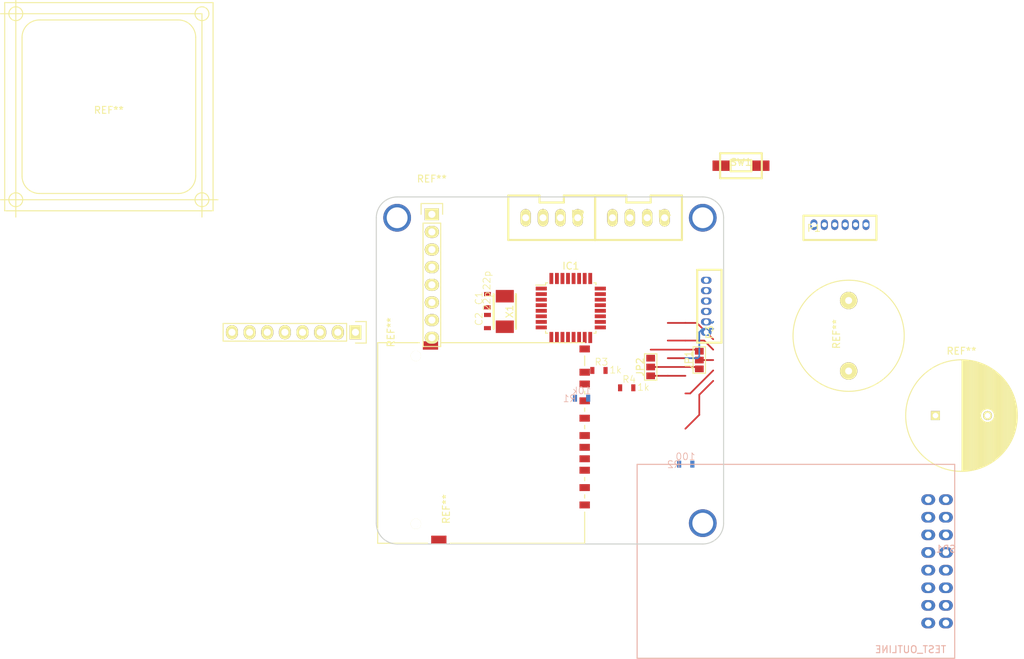
<source format=kicad_pcb>
(kicad_pcb (version 4) (host pcbnew 4.0.7)

  (general
    (links 55)
    (no_connects 54)
    (area -23.775001 -7.914287 59.075 51.200002)
    (thickness 1.6)
    (drawings 8)
    (tracks 28)
    (zones 0)
    (modules 22)
    (nets 20)
  )

  (page A4)
  (layers
    (0 F.Cu signal)
    (31 B.Cu signal)
    (32 B.Adhes user)
    (33 F.Adhes user)
    (34 B.Paste user)
    (35 F.Paste user)
    (36 B.SilkS user)
    (37 F.SilkS user)
    (38 B.Mask user)
    (39 F.Mask user)
    (40 Dwgs.User user)
    (41 Cmts.User user)
    (42 Eco1.User user)
    (43 Eco2.User user)
    (44 Edge.Cuts user)
    (45 Margin user)
    (46 B.CrtYd user)
    (47 F.CrtYd user)
    (48 B.Fab user)
    (49 F.Fab user)
  )

  (setup
    (last_trace_width 0.25)
    (user_trace_width 0.5)
    (user_trace_width 1)
    (trace_clearance 0.2)
    (zone_clearance 0.4)
    (zone_45_only no)
    (trace_min 0.2)
    (segment_width 0.2)
    (edge_width 0.15)
    (via_size 0.6)
    (via_drill 0.4)
    (via_min_size 0.4)
    (via_min_drill 0.3)
    (user_via 1.2 0.8)
    (user_via 4 3)
    (uvia_size 0.3)
    (uvia_drill 0.1)
    (uvias_allowed no)
    (uvia_min_size 0.2)
    (uvia_min_drill 0.1)
    (pcb_text_width 0.3)
    (pcb_text_size 1.5 1.5)
    (mod_edge_width 0.15)
    (mod_text_size 1 1)
    (mod_text_width 0.15)
    (pad_size 1.524 1.524)
    (pad_drill 0.762)
    (pad_to_mask_clearance 0.2)
    (aux_axis_origin 0 0)
    (visible_elements 7FFFFFFF)
    (pcbplotparams
      (layerselection 0x00030_80000001)
      (usegerberextensions false)
      (excludeedgelayer true)
      (linewidth 0.100000)
      (plotframeref false)
      (viasonmask false)
      (mode 1)
      (useauxorigin false)
      (hpglpennumber 1)
      (hpglpenspeed 20)
      (hpglpendiameter 15)
      (hpglpenoverlay 2)
      (psnegative false)
      (psa4output false)
      (plotreference true)
      (plotvalue true)
      (plotinvisibletext false)
      (padsonsilk false)
      (subtractmaskfromsilk false)
      (outputformat 1)
      (mirror false)
      (drillshape 1)
      (scaleselection 1)
      (outputdirectory ""))
  )

  (net 0 "")
  (net 1 GND)
  (net 2 "Net-(C1-Pad2)")
  (net 3 "Net-(C2-Pad2)")
  (net 4 +5V)
  (net 5 /RESET)
  (net 6 /RX)
  (net 7 /TX)
  (net 8 "Net-(P2-Pad3)")
  (net 9 "Net-(R2-Pad1)")
  (net 10 /MOSI)
  (net 11 /MISO)
  (net 12 /SCK)
  (net 13 +3.3V)
  (net 14 "Net-(JP1-Pad2)")
  (net 15 /SS1)
  (net 16 /SS0)
  (net 17 /I2C_SDA)
  (net 18 /I2C_SCL)
  (net 19 "Net-(JP1-Pad1)")

  (net_class Default "これは標準のネット クラスです。"
    (clearance 0.2)
    (trace_width 0.25)
    (via_dia 0.6)
    (via_drill 0.4)
    (uvia_dia 0.3)
    (uvia_drill 0.1)
    (add_net +3.3V)
    (add_net +5V)
    (add_net /I2C_SCL)
    (add_net /I2C_SDA)
    (add_net /MISO)
    (add_net /MOSI)
    (add_net /RESET)
    (add_net /RX)
    (add_net /SCK)
    (add_net /SS0)
    (add_net /SS1)
    (add_net /TX)
    (add_net GND)
    (add_net "Net-(C1-Pad2)")
    (add_net "Net-(C2-Pad2)")
    (add_net "Net-(JP1-Pad1)")
    (add_net "Net-(JP1-Pad2)")
    (add_net "Net-(P2-Pad3)")
    (add_net "Net-(R2-Pad1)")
  )

  (module RP_KiCAD_Libs:C1608_WP_S (layer F.Cu) (tedit 59BA34C4) (tstamp 59EF248A)
    (at 16 15 90)
    (descr <b>CAPACITOR</b>)
    (path /59EF2330)
    (fp_text reference C1 (at -0.635 -0.635 90) (layer F.SilkS)
      (effects (font (size 1 1) (thickness 0.1)) (justify left bottom))
    )
    (fp_text value 22p (at 1.5 0.5 90) (layer F.SilkS)
      (effects (font (size 1 1) (thickness 0.1)) (justify left bottom))
    )
    (fp_line (start -0.356 -0.432) (end 0.356 -0.432) (layer Dwgs.User) (width 0.1016))
    (fp_line (start -0.356 0.419) (end 0.356 0.419) (layer Dwgs.User) (width 0.1016))
    (fp_poly (pts (xy -0.8382 0.4699) (xy -0.3381 0.4699) (xy -0.3381 -0.4801) (xy -0.8382 -0.4801)) (layer Dwgs.User) (width 0))
    (fp_poly (pts (xy 0.3302 0.4699) (xy 0.8303 0.4699) (xy 0.8303 -0.4801) (xy 0.3302 -0.4801)) (layer Dwgs.User) (width 0))
    (fp_poly (pts (xy -0.1999 0.3) (xy 0.1999 0.3) (xy 0.1999 -0.3) (xy -0.1999 -0.3)) (layer F.Adhes) (width 0))
    (pad 1 smd rect (at -0.9 0 90) (size 0.6 1) (layers F.Cu F.Paste F.Mask)
      (net 1 GND))
    (pad 2 smd rect (at 1 0 90) (size 0.6 1) (layers F.Cu F.Paste F.Mask)
      (net 2 "Net-(C1-Pad2)"))
    (model Resistors_SMD.3dshapes/R_0603.wrl
      (at (xyz 0 0 0))
      (scale (xyz 1 1 1))
      (rotate (xyz 0 0 0))
    )
  )

  (module RP_KiCAD_Libs:C1608_WP_S (layer F.Cu) (tedit 59BA34C4) (tstamp 59EF2490)
    (at 16 18 90)
    (descr <b>CAPACITOR</b>)
    (path /59EF23A4)
    (fp_text reference C2 (at -0.635 -0.635 90) (layer F.SilkS)
      (effects (font (size 1 1) (thickness 0.1)) (justify left bottom))
    )
    (fp_text value 22p (at 1.5 0.5 90) (layer F.SilkS)
      (effects (font (size 1 1) (thickness 0.1)) (justify left bottom))
    )
    (fp_line (start -0.356 -0.432) (end 0.356 -0.432) (layer Dwgs.User) (width 0.1016))
    (fp_line (start -0.356 0.419) (end 0.356 0.419) (layer Dwgs.User) (width 0.1016))
    (fp_poly (pts (xy -0.8382 0.4699) (xy -0.3381 0.4699) (xy -0.3381 -0.4801) (xy -0.8382 -0.4801)) (layer Dwgs.User) (width 0))
    (fp_poly (pts (xy 0.3302 0.4699) (xy 0.8303 0.4699) (xy 0.8303 -0.4801) (xy 0.3302 -0.4801)) (layer Dwgs.User) (width 0))
    (fp_poly (pts (xy -0.1999 0.3) (xy 0.1999 0.3) (xy 0.1999 -0.3) (xy -0.1999 -0.3)) (layer F.Adhes) (width 0))
    (pad 1 smd rect (at -0.9 0 90) (size 0.6 1) (layers F.Cu F.Paste F.Mask)
      (net 1 GND))
    (pad 2 smd rect (at 1 0 90) (size 0.6 1) (layers F.Cu F.Paste F.Mask)
      (net 3 "Net-(C2-Pad2)"))
    (model Resistors_SMD.3dshapes/R_0603.wrl
      (at (xyz 0 0 0))
      (scale (xyz 1 1 1))
      (rotate (xyz 0 0 0))
    )
  )

  (module Housings_QFP:TQFP-32_7x7mm_Pitch0.8mm (layer F.Cu) (tedit 54130A77) (tstamp 59EF24C7)
    (at 28 16)
    (descr "32-Lead Plastic Thin Quad Flatpack (PT) - 7x7x1.0 mm Body, 2.00 mm [TQFP] (see Microchip Packaging Specification 00000049BS.pdf)")
    (tags "QFP 0.8")
    (path /59EF212F)
    (attr smd)
    (fp_text reference IC1 (at 0 -6.05) (layer F.SilkS)
      (effects (font (size 1 1) (thickness 0.15)))
    )
    (fp_text value ATMEGA328P-A (at 0 6.05) (layer F.Fab)
      (effects (font (size 1 1) (thickness 0.15)))
    )
    (fp_line (start -5.3 -5.3) (end -5.3 5.3) (layer F.CrtYd) (width 0.05))
    (fp_line (start 5.3 -5.3) (end 5.3 5.3) (layer F.CrtYd) (width 0.05))
    (fp_line (start -5.3 -5.3) (end 5.3 -5.3) (layer F.CrtYd) (width 0.05))
    (fp_line (start -5.3 5.3) (end 5.3 5.3) (layer F.CrtYd) (width 0.05))
    (fp_line (start -3.625 -3.625) (end -3.625 -3.3) (layer F.SilkS) (width 0.15))
    (fp_line (start 3.625 -3.625) (end 3.625 -3.3) (layer F.SilkS) (width 0.15))
    (fp_line (start 3.625 3.625) (end 3.625 3.3) (layer F.SilkS) (width 0.15))
    (fp_line (start -3.625 3.625) (end -3.625 3.3) (layer F.SilkS) (width 0.15))
    (fp_line (start -3.625 -3.625) (end -3.3 -3.625) (layer F.SilkS) (width 0.15))
    (fp_line (start -3.625 3.625) (end -3.3 3.625) (layer F.SilkS) (width 0.15))
    (fp_line (start 3.625 3.625) (end 3.3 3.625) (layer F.SilkS) (width 0.15))
    (fp_line (start 3.625 -3.625) (end 3.3 -3.625) (layer F.SilkS) (width 0.15))
    (fp_line (start -3.625 -3.3) (end -5.05 -3.3) (layer F.SilkS) (width 0.15))
    (pad 1 smd rect (at -4.25 -2.8) (size 1.6 0.55) (layers F.Cu F.Paste F.Mask))
    (pad 2 smd rect (at -4.25 -2) (size 1.6 0.55) (layers F.Cu F.Paste F.Mask)
      (net 15 /SS1))
    (pad 3 smd rect (at -4.25 -1.2) (size 1.6 0.55) (layers F.Cu F.Paste F.Mask)
      (net 1 GND))
    (pad 4 smd rect (at -4.25 -0.4) (size 1.6 0.55) (layers F.Cu F.Paste F.Mask)
      (net 4 +5V))
    (pad 5 smd rect (at -4.25 0.4) (size 1.6 0.55) (layers F.Cu F.Paste F.Mask)
      (net 1 GND))
    (pad 6 smd rect (at -4.25 1.2) (size 1.6 0.55) (layers F.Cu F.Paste F.Mask)
      (net 4 +5V))
    (pad 7 smd rect (at -4.25 2) (size 1.6 0.55) (layers F.Cu F.Paste F.Mask)
      (net 2 "Net-(C1-Pad2)"))
    (pad 8 smd rect (at -4.25 2.8) (size 1.6 0.55) (layers F.Cu F.Paste F.Mask)
      (net 3 "Net-(C2-Pad2)"))
    (pad 9 smd rect (at -2.8 4.25 90) (size 1.6 0.55) (layers F.Cu F.Paste F.Mask))
    (pad 10 smd rect (at -2 4.25 90) (size 1.6 0.55) (layers F.Cu F.Paste F.Mask))
    (pad 11 smd rect (at -1.2 4.25 90) (size 1.6 0.55) (layers F.Cu F.Paste F.Mask))
    (pad 12 smd rect (at -0.4 4.25 90) (size 1.6 0.55) (layers F.Cu F.Paste F.Mask))
    (pad 13 smd rect (at 0.4 4.25 90) (size 1.6 0.55) (layers F.Cu F.Paste F.Mask))
    (pad 14 smd rect (at 1.2 4.25 90) (size 1.6 0.55) (layers F.Cu F.Paste F.Mask)
      (net 16 /SS0))
    (pad 15 smd rect (at 2 4.25 90) (size 1.6 0.55) (layers F.Cu F.Paste F.Mask)
      (net 10 /MOSI))
    (pad 16 smd rect (at 2.8 4.25 90) (size 1.6 0.55) (layers F.Cu F.Paste F.Mask)
      (net 11 /MISO))
    (pad 17 smd rect (at 4.25 2.8) (size 1.6 0.55) (layers F.Cu F.Paste F.Mask)
      (net 12 /SCK))
    (pad 18 smd rect (at 4.25 2) (size 1.6 0.55) (layers F.Cu F.Paste F.Mask)
      (net 4 +5V))
    (pad 19 smd rect (at 4.25 1.2) (size 1.6 0.55) (layers F.Cu F.Paste F.Mask))
    (pad 20 smd rect (at 4.25 0.4) (size 1.6 0.55) (layers F.Cu F.Paste F.Mask)
      (net 4 +5V))
    (pad 21 smd rect (at 4.25 -0.4) (size 1.6 0.55) (layers F.Cu F.Paste F.Mask)
      (net 1 GND))
    (pad 22 smd rect (at 4.25 -1.2) (size 1.6 0.55) (layers F.Cu F.Paste F.Mask))
    (pad 23 smd rect (at 4.25 -2) (size 1.6 0.55) (layers F.Cu F.Paste F.Mask))
    (pad 24 smd rect (at 4.25 -2.8) (size 1.6 0.55) (layers F.Cu F.Paste F.Mask))
    (pad 25 smd rect (at 2.8 -4.25 90) (size 1.6 0.55) (layers F.Cu F.Paste F.Mask))
    (pad 26 smd rect (at 2 -4.25 90) (size 1.6 0.55) (layers F.Cu F.Paste F.Mask))
    (pad 27 smd rect (at 1.2 -4.25 90) (size 1.6 0.55) (layers F.Cu F.Paste F.Mask)
      (net 17 /I2C_SDA))
    (pad 28 smd rect (at 0.4 -4.25 90) (size 1.6 0.55) (layers F.Cu F.Paste F.Mask)
      (net 18 /I2C_SCL))
    (pad 29 smd rect (at -0.4 -4.25 90) (size 1.6 0.55) (layers F.Cu F.Paste F.Mask)
      (net 5 /RESET))
    (pad 30 smd rect (at -1.2 -4.25 90) (size 1.6 0.55) (layers F.Cu F.Paste F.Mask)
      (net 6 /RX))
    (pad 31 smd rect (at -2 -4.25 90) (size 1.6 0.55) (layers F.Cu F.Paste F.Mask)
      (net 7 /TX))
    (pad 32 smd rect (at -2.8 -4.25 90) (size 1.6 0.55) (layers F.Cu F.Paste F.Mask))
    (model Housings_QFP.3dshapes/TQFP-32_7x7mm_Pitch0.8mm.wrl
      (at (xyz 0 0 0))
      (scale (xyz 1 1 1))
      (rotate (xyz 0 0 0))
    )
  )

  (module RP_KiCAD_Connector:ZH_6T (layer F.Cu) (tedit 585B7582) (tstamp 59EF24D1)
    (at 63 4)
    (path /59EF283F)
    (fp_text reference P1 (at 0 0.5) (layer F.SilkS)
      (effects (font (size 1 1) (thickness 0.15)))
    )
    (fp_text value CONN_01X06 (at 3.5 1.5) (layer F.Fab)
      (effects (font (size 1 1) (thickness 0.15)))
    )
    (fp_line (start -1.5 -1.3) (end 9 -1.3) (layer F.SilkS) (width 0.3))
    (fp_line (start 9 -1.3) (end 9 2.2) (layer F.SilkS) (width 0.3))
    (fp_line (start 9 2.2) (end -1.5 2.2) (layer F.SilkS) (width 0.3))
    (fp_line (start -1.5 2.2) (end -1.5 -1.3) (layer F.SilkS) (width 0.3))
    (pad 1 thru_hole oval (at 0 0) (size 1 1.524) (drill 0.7) (layers *.Cu *.Mask)
      (net 1 GND))
    (pad 2 thru_hole oval (at 1.5 0) (size 1 1.524) (drill 0.7) (layers *.Cu *.Mask)
      (net 4 +5V))
    (pad 3 thru_hole oval (at 3 0) (size 1 1.524) (drill 0.7) (layers *.Cu *.Mask)
      (net 5 /RESET))
    (pad 4 thru_hole oval (at 4.5 0) (size 1 1.524) (drill 0.7) (layers *.Cu *.Mask))
    (pad 5 thru_hole oval (at 6 0) (size 1 1.524) (drill 0.7) (layers *.Cu *.Mask)
      (net 7 /TX))
    (pad 6 thru_hole oval (at 7.5 0) (size 1 1.524) (drill 0.7) (layers *.Cu *.Mask)
      (net 6 /RX))
    (model conn_ZRandZH/ZH_6T.wrl
      (at (xyz 0.148 0.05 0))
      (scale (xyz 4 4 4))
      (rotate (xyz -90 0 180))
    )
  )

  (module RP_KiCAD_Connector:XA_4T (layer F.Cu) (tedit 5895B26F) (tstamp 59EF24D9)
    (at 29 3 180)
    (path /59EF2AEE)
    (fp_text reference P2 (at 0 0.5 180) (layer F.SilkS)
      (effects (font (size 1 1) (thickness 0.15)))
    )
    (fp_text value CONN_01X04 (at 0 -0.5 180) (layer F.Fab)
      (effects (font (size 1 1) (thickness 0.15)))
    )
    (fp_line (start -2.5 3.2) (end 2 3.2) (layer F.SilkS) (width 0.3))
    (fp_line (start 2 3.2) (end 2 2.2) (layer F.SilkS) (width 0.3))
    (fp_line (start 2 2.2) (end 5.5 2.2) (layer F.SilkS) (width 0.3))
    (fp_line (start 5.5 2.2) (end 5.5 3.2) (layer F.SilkS) (width 0.3))
    (fp_line (start 5.5 3.2) (end 10 3.2) (layer F.SilkS) (width 0.3))
    (fp_line (start 10 -3.2) (end -2.5 -3.2) (layer F.SilkS) (width 0.3))
    (fp_line (start 10 3.2) (end 10 -3.2) (layer F.SilkS) (width 0.3))
    (fp_line (start -2.5 -3.2) (end -2.5 3.2) (layer F.SilkS) (width 0.3))
    (pad 4 thru_hole oval (at 0 0 180) (size 1.5 2.5) (drill 1) (layers *.Cu *.Mask F.SilkS)
      (net 7 /TX))
    (pad 3 thru_hole oval (at 2.5 0 180) (size 1.5 2.5) (drill 1) (layers *.Cu *.Mask F.SilkS)
      (net 8 "Net-(P2-Pad3)"))
    (pad 2 thru_hole oval (at 5 0 180) (size 1.5 2.5) (drill 1) (layers *.Cu *.Mask F.SilkS)
      (net 4 +5V))
    (pad 1 thru_hole oval (at 7.5 0 180) (size 1.5 2.5) (drill 1) (layers *.Cu *.Mask F.SilkS)
      (net 1 GND))
    (model conn_XA/XA_4T.wrl
      (at (xyz 0.15 0 0))
      (scale (xyz 3.95 3.95 3.95))
      (rotate (xyz -90 0 0))
    )
  )

  (module RP_KiCAD_Libs:C1608_WP_S (layer B.Cu) (tedit 59BA34C4) (tstamp 59EF24DF)
    (at 29.5 29)
    (descr <b>CAPACITOR</b>)
    (path /59EF2572)
    (fp_text reference R1 (at -0.635 0.635) (layer B.SilkS)
      (effects (font (size 1 1) (thickness 0.1)) (justify left bottom mirror))
    )
    (fp_text value 10k (at 1.5 -0.5) (layer B.SilkS)
      (effects (font (size 1 1) (thickness 0.1)) (justify left bottom mirror))
    )
    (fp_line (start -0.356 0.432) (end 0.356 0.432) (layer Dwgs.User) (width 0.1016))
    (fp_line (start -0.356 -0.419) (end 0.356 -0.419) (layer Dwgs.User) (width 0.1016))
    (fp_poly (pts (xy -0.8382 -0.4699) (xy -0.3381 -0.4699) (xy -0.3381 0.4801) (xy -0.8382 0.4801)) (layer Dwgs.User) (width 0))
    (fp_poly (pts (xy 0.3302 -0.4699) (xy 0.8303 -0.4699) (xy 0.8303 0.4801) (xy 0.3302 0.4801)) (layer Dwgs.User) (width 0))
    (fp_poly (pts (xy -0.1999 -0.3) (xy 0.1999 -0.3) (xy 0.1999 0.3) (xy -0.1999 0.3)) (layer B.Adhes) (width 0))
    (pad 1 smd rect (at -0.9 0) (size 0.6 1) (layers B.Cu B.Paste B.Mask))
    (pad 2 smd rect (at 1 0) (size 0.6 1) (layers B.Cu B.Paste B.Mask)
      (net 5 /RESET))
    (model Resistors_SMD.3dshapes/R_0603.wrl
      (at (xyz 0 0 0))
      (scale (xyz 1 1 1))
      (rotate (xyz 0 0 0))
    )
  )

  (module RP_KiCAD_Libs:C1608_WP_S (layer B.Cu) (tedit 59BA34C4) (tstamp 59EF24E5)
    (at 44.5 38.5)
    (descr <b>CAPACITOR</b>)
    (path /59EF2641)
    (fp_text reference R2 (at -0.635 0.635) (layer B.SilkS)
      (effects (font (size 1 1) (thickness 0.1)) (justify left bottom mirror))
    )
    (fp_text value 100 (at 1.5 -0.5) (layer B.SilkS)
      (effects (font (size 1 1) (thickness 0.1)) (justify left bottom mirror))
    )
    (fp_line (start -0.356 0.432) (end 0.356 0.432) (layer Dwgs.User) (width 0.1016))
    (fp_line (start -0.356 -0.419) (end 0.356 -0.419) (layer Dwgs.User) (width 0.1016))
    (fp_poly (pts (xy -0.8382 -0.4699) (xy -0.3381 -0.4699) (xy -0.3381 0.4801) (xy -0.8382 0.4801)) (layer Dwgs.User) (width 0))
    (fp_poly (pts (xy 0.3302 -0.4699) (xy 0.8303 -0.4699) (xy 0.8303 0.4801) (xy 0.3302 0.4801)) (layer Dwgs.User) (width 0))
    (fp_poly (pts (xy -0.1999 -0.3) (xy 0.1999 -0.3) (xy 0.1999 0.3) (xy -0.1999 0.3)) (layer B.Adhes) (width 0))
    (pad 1 smd rect (at -0.9 0) (size 0.6 1) (layers B.Cu B.Paste B.Mask)
      (net 9 "Net-(R2-Pad1)"))
    (pad 2 smd rect (at 1 0) (size 0.6 1) (layers B.Cu B.Paste B.Mask)
      (net 5 /RESET))
    (model Resistors_SMD.3dshapes/R_0603.wrl
      (at (xyz 0 0 0))
      (scale (xyz 1 1 1))
      (rotate (xyz 0 0 0))
    )
  )

  (module RP_KiCAD_Libs:C1608_WP_S (layer F.Cu) (tedit 59BA34C4) (tstamp 59EF24EB)
    (at 32 25)
    (descr <b>CAPACITOR</b>)
    (path /59EF2C8B)
    (fp_text reference R3 (at -0.635 -0.635) (layer F.SilkS)
      (effects (font (size 1 1) (thickness 0.1)) (justify left bottom))
    )
    (fp_text value 1k (at 1.5 0.5) (layer F.SilkS)
      (effects (font (size 1 1) (thickness 0.1)) (justify left bottom))
    )
    (fp_line (start -0.356 -0.432) (end 0.356 -0.432) (layer Dwgs.User) (width 0.1016))
    (fp_line (start -0.356 0.419) (end 0.356 0.419) (layer Dwgs.User) (width 0.1016))
    (fp_poly (pts (xy -0.8382 0.4699) (xy -0.3381 0.4699) (xy -0.3381 -0.4801) (xy -0.8382 -0.4801)) (layer Dwgs.User) (width 0))
    (fp_poly (pts (xy 0.3302 0.4699) (xy 0.8303 0.4699) (xy 0.8303 -0.4801) (xy 0.3302 -0.4801)) (layer Dwgs.User) (width 0))
    (fp_poly (pts (xy -0.1999 0.3) (xy 0.1999 0.3) (xy 0.1999 -0.3) (xy -0.1999 -0.3)) (layer F.Adhes) (width 0))
    (pad 1 smd rect (at -0.9 0) (size 0.6 1) (layers F.Cu F.Paste F.Mask)
      (net 7 /TX))
    (pad 2 smd rect (at 1 0) (size 0.6 1) (layers F.Cu F.Paste F.Mask))
    (model Resistors_SMD.3dshapes/R_0603.wrl
      (at (xyz 0 0 0))
      (scale (xyz 1 1 1))
      (rotate (xyz 0 0 0))
    )
  )

  (module RP_KiCAD_Libs:C1608_WP_S (layer F.Cu) (tedit 59BA34C4) (tstamp 59EF24F1)
    (at 36 27.5)
    (descr <b>CAPACITOR</b>)
    (path /59EF2CFC)
    (fp_text reference R4 (at -0.635 -0.635) (layer F.SilkS)
      (effects (font (size 1 1) (thickness 0.1)) (justify left bottom))
    )
    (fp_text value 1k (at 1.5 0.5) (layer F.SilkS)
      (effects (font (size 1 1) (thickness 0.1)) (justify left bottom))
    )
    (fp_line (start -0.356 -0.432) (end 0.356 -0.432) (layer Dwgs.User) (width 0.1016))
    (fp_line (start -0.356 0.419) (end 0.356 0.419) (layer Dwgs.User) (width 0.1016))
    (fp_poly (pts (xy -0.8382 0.4699) (xy -0.3381 0.4699) (xy -0.3381 -0.4801) (xy -0.8382 -0.4801)) (layer Dwgs.User) (width 0))
    (fp_poly (pts (xy 0.3302 0.4699) (xy 0.8303 0.4699) (xy 0.8303 -0.4801) (xy 0.3302 -0.4801)) (layer Dwgs.User) (width 0))
    (fp_poly (pts (xy -0.1999 0.3) (xy 0.1999 0.3) (xy 0.1999 -0.3) (xy -0.1999 -0.3)) (layer F.Adhes) (width 0))
    (pad 1 smd rect (at -0.9 0) (size 0.6 1) (layers F.Cu F.Paste F.Mask)
      (net 6 /RX))
    (pad 2 smd rect (at 1 0) (size 0.6 1) (layers F.Cu F.Paste F.Mask)
      (net 8 "Net-(P2-Pad3)"))
    (model Resistors_SMD.3dshapes/R_0603.wrl
      (at (xyz 0 0 0))
      (scale (xyz 1 1 1))
      (rotate (xyz 0 0 0))
    )
  )

  (module Buttons_Switches_SMD:RP_SMD_Button (layer F.Cu) (tedit 585B7517) (tstamp 59EF24F7)
    (at 52.5 -4.5 180)
    (path /59EF2517)
    (fp_text reference SW1 (at 0 0.5 180) (layer F.SilkS)
      (effects (font (size 1 1) (thickness 0.15)))
    )
    (fp_text value SW_PUSH (at 0 -1 180) (layer F.Fab)
      (effects (font (size 1 1) (thickness 0.15)))
    )
    (fp_line (start 1.5 -0.8) (end -1.5 -0.8) (layer F.SilkS) (width 0.3))
    (fp_line (start -1.5 -0.8) (end -1.5 0.8) (layer F.SilkS) (width 0.3))
    (fp_line (start -1.5 0.8) (end 1.5 0.8) (layer F.SilkS) (width 0.3))
    (fp_line (start 1.5 0.8) (end 1.5 -0.8) (layer F.SilkS) (width 0.3))
    (fp_line (start 3 -1.8) (end -3 -1.8) (layer F.SilkS) (width 0.3))
    (fp_line (start -3 -1.8) (end -3 1.8) (layer F.SilkS) (width 0.3))
    (fp_line (start -3 1.8) (end 3 1.8) (layer F.SilkS) (width 0.3))
    (fp_line (start 3 1.8) (end 3 -1.8) (layer F.SilkS) (width 0.3))
    (pad 1 smd rect (at 2.8 0 180) (size 2.6 1.5) (layers F.Cu F.Paste F.Mask)
      (net 9 "Net-(R2-Pad1)"))
    (pad 2 smd rect (at -2.8 0 180) (size 2.6 1.5) (layers F.Cu F.Paste F.Mask)
      (net 1 GND))
    (model switch/smd_push.wrl
      (at (xyz 0 0 0))
      (scale (xyz 1 1 1))
      (rotate (xyz 0 0 0))
    )
  )

  (module Crystals:ABM3_2pads (layer F.Cu) (tedit 588219AC) (tstamp 59EF24FD)
    (at 18.5 16.5 90)
    (path /59EF2219)
    (fp_text reference X1 (at 0 0.7 90) (layer F.SilkS)
      (effects (font (size 1 1) (thickness 0.15)))
    )
    (fp_text value CRYSTAL (at 0 -0.6 90) (layer F.Fab)
      (effects (font (size 1 1) (thickness 0.15)))
    )
    (fp_line (start -2.5 1.6) (end 2.5 1.6) (layer F.SilkS) (width 0.3))
    (fp_line (start -2.5 -1.6) (end 2.5 -1.6) (layer F.SilkS) (width 0.3))
    (pad 1 smd rect (at -2.2 0 90) (size 1.8 2.6) (layers F.Cu F.Paste F.Mask)
      (net 3 "Net-(C2-Pad2)"))
    (pad 2 smd rect (at 2.2 0 90) (size 1.8 2.6) (layers F.Cu F.Paste F.Mask)
      (net 2 "Net-(C1-Pad2)"))
    (model crystal/crystal_smd_5x3.2mm.wrl
      (at (xyz 0 0 0))
      (scale (xyz 1 1 1))
      (rotate (xyz 0 0 0))
    )
  )

  (module RP_KiCAD_Libs:SD_module (layer B.Cu) (tedit 59EFD1D0) (tstamp 59EFD458)
    (at 82 52.5)
    (path /59EFD2BF)
    (fp_text reference SD1 (at 0 -1.77) (layer B.SilkS)
      (effects (font (size 1 1) (thickness 0.15)) (justify mirror))
    )
    (fp_text value SD_module (at 0 -0.77) (layer B.Fab)
      (effects (font (size 1 1) (thickness 0.15)) (justify mirror))
    )
    (fp_text user TEST_OUTLINE (at -5.08 12.7) (layer B.SilkS)
      (effects (font (size 1 1) (thickness 0.15)) (justify mirror))
    )
    (fp_line (start 1.27 13.97) (end 1.27 -13.97) (layer B.SilkS) (width 0.15))
    (fp_line (start 1.27 -13.97) (end -44.45 -13.97) (layer B.SilkS) (width 0.15))
    (fp_line (start -44.45 -13.97) (end -44.45 13.97) (layer B.SilkS) (width 0.15))
    (fp_line (start -44.45 13.97) (end 1.27 13.97) (layer B.SilkS) (width 0.15))
    (pad 1 thru_hole oval (at 0 8.89) (size 2 1.524) (drill 0.95) (layers *.Cu *.Mask)
      (net 1 GND))
    (pad 2 thru_hole oval (at 0 6.35) (size 2 1.524) (drill 0.95) (layers *.Cu *.Mask)
      (net 13 +3.3V))
    (pad 3 thru_hole oval (at 0 3.81) (size 2 1.524) (drill 0.95) (layers *.Cu *.Mask)
      (net 4 +5V))
    (pad 4 thru_hole oval (at 0 1.27) (size 2 1.524) (drill 0.95) (layers *.Cu *.Mask)
      (net 16 /SS0))
    (pad 5 thru_hole oval (at 0 -1.27) (size 2 1.524) (drill 0.95) (layers *.Cu *.Mask)
      (net 10 /MOSI))
    (pad 6 thru_hole oval (at 0 -3.81) (size 2 1.524) (drill 0.95) (layers *.Cu *.Mask)
      (net 12 /SCK))
    (pad 7 thru_hole oval (at 0 -6.35) (size 2 1.524) (drill 0.95) (layers *.Cu *.Mask)
      (net 11 /MISO))
    (pad 8 thru_hole oval (at 0 -8.89) (size 2 1.524) (drill 0.95) (layers *.Cu *.Mask)
      (net 1 GND))
    (pad 2 thru_hole oval (at -2.54 6.35) (size 2 1.524) (drill 0.95) (layers *.Cu *.Mask)
      (net 13 +3.3V))
    (pad 3 thru_hole oval (at -2.54 3.81) (size 2 1.524) (drill 0.95) (layers *.Cu *.Mask)
      (net 4 +5V))
    (pad 4 thru_hole oval (at -2.54 1.27) (size 2 1.524) (drill 0.95) (layers *.Cu *.Mask)
      (net 16 /SS0))
    (pad 5 thru_hole oval (at -2.54 -1.27) (size 2 1.524) (drill 0.95) (layers *.Cu *.Mask)
      (net 10 /MOSI))
    (pad 6 thru_hole oval (at -2.54 -3.81) (size 2 1.524) (drill 0.95) (layers *.Cu *.Mask)
      (net 12 /SCK))
    (pad 7 thru_hole oval (at -2.54 -6.35) (size 2 1.524) (drill 0.95) (layers *.Cu *.Mask)
      (net 11 /MISO))
    (pad 8 thru_hole oval (at -2.54 -8.89) (size 2 1.524) (drill 0.95) (layers *.Cu *.Mask)
      (net 1 GND))
    (pad 1 thru_hole oval (at -2.54 8.89) (size 2 1.524) (drill 0.95) (layers *.Cu *.Mask)
      (net 1 GND))
  )

  (module RP_KiCAD_Connector:ZH_6T (layer F.Cu) (tedit 585B7582) (tstamp 59EFD5E9)
    (at 47.5 19.5 90)
    (path /59EFE2D6)
    (fp_text reference P3 (at 0 0.5 90) (layer F.SilkS)
      (effects (font (size 1 1) (thickness 0.15)))
    )
    (fp_text value CONN_01X06 (at 3.5 1.5 90) (layer F.Fab)
      (effects (font (size 1 1) (thickness 0.15)))
    )
    (fp_line (start -1.5 -1.3) (end 9 -1.3) (layer F.SilkS) (width 0.3))
    (fp_line (start 9 -1.3) (end 9 2.2) (layer F.SilkS) (width 0.3))
    (fp_line (start 9 2.2) (end -1.5 2.2) (layer F.SilkS) (width 0.3))
    (fp_line (start -1.5 2.2) (end -1.5 -1.3) (layer F.SilkS) (width 0.3))
    (pad 1 thru_hole oval (at 0 0 90) (size 1 1.524) (drill 0.7) (layers *.Cu *.Mask)
      (net 1 GND))
    (pad 2 thru_hole oval (at 1.5 0 90) (size 1 1.524) (drill 0.7) (layers *.Cu *.Mask)
      (net 4 +5V))
    (pad 3 thru_hole oval (at 3 0 90) (size 1 1.524) (drill 0.7) (layers *.Cu *.Mask)
      (net 14 "Net-(JP1-Pad2)"))
    (pad 4 thru_hole oval (at 4.5 0 90) (size 1 1.524) (drill 0.7) (layers *.Cu *.Mask)
      (net 12 /SCK))
    (pad 5 thru_hole oval (at 6 0 90) (size 1 1.524) (drill 0.7) (layers *.Cu *.Mask)
      (net 11 /MISO))
    (pad 6 thru_hole oval (at 7.5 0 90) (size 1 1.524) (drill 0.7) (layers *.Cu *.Mask)
      (net 10 /MOSI))
    (model conn_ZRandZH/ZH_6T.wrl
      (at (xyz 0.148 0.05 0))
      (scale (xyz 4 4 4))
      (rotate (xyz -90 0 180))
    )
  )

  (module Connect:GS3 (layer F.Cu) (tedit 0) (tstamp 59EFD627)
    (at 46.5 23.5 180)
    (descr "Pontet Goute de soudure")
    (path /59EFE3F0)
    (attr virtual)
    (fp_text reference JP1 (at 1.524 0 270) (layer F.SilkS)
      (effects (font (size 1 1) (thickness 0.15)))
    )
    (fp_text value JUMPER3 (at 1.524 0 270) (layer F.Fab)
      (effects (font (size 1 1) (thickness 0.15)))
    )
    (fp_line (start -0.889 -1.905) (end -0.889 1.905) (layer F.SilkS) (width 0.15))
    (fp_line (start -0.889 1.905) (end 0.889 1.905) (layer F.SilkS) (width 0.15))
    (fp_line (start 0.889 1.905) (end 0.889 -1.905) (layer F.SilkS) (width 0.15))
    (fp_line (start -0.889 -1.905) (end 0.889 -1.905) (layer F.SilkS) (width 0.15))
    (pad 1 smd rect (at 0 -1.27 180) (size 1.27 0.9652) (layers F.Cu F.Paste F.Mask)
      (net 19 "Net-(JP1-Pad1)"))
    (pad 2 smd rect (at 0 0 180) (size 1.27 0.9652) (layers F.Cu F.Paste F.Mask)
      (net 14 "Net-(JP1-Pad2)"))
    (pad 3 smd rect (at 0 1.27 180) (size 1.27 0.9652) (layers F.Cu F.Paste F.Mask)
      (net 5 /RESET))
  )

  (module Connect:GS3 (layer F.Cu) (tedit 0) (tstamp 59EFD836)
    (at 39.5 24.5 180)
    (descr "Pontet Goute de soudure")
    (path /59EFEF0D)
    (attr virtual)
    (fp_text reference JP2 (at 1.524 0 270) (layer F.SilkS)
      (effects (font (size 1 1) (thickness 0.15)))
    )
    (fp_text value JUMPER3 (at 1.524 0 270) (layer F.Fab)
      (effects (font (size 1 1) (thickness 0.15)))
    )
    (fp_line (start -0.889 -1.905) (end -0.889 1.905) (layer F.SilkS) (width 0.15))
    (fp_line (start -0.889 1.905) (end 0.889 1.905) (layer F.SilkS) (width 0.15))
    (fp_line (start 0.889 1.905) (end 0.889 -1.905) (layer F.SilkS) (width 0.15))
    (fp_line (start -0.889 -1.905) (end 0.889 -1.905) (layer F.SilkS) (width 0.15))
    (pad 1 smd rect (at 0 -1.27 180) (size 1.27 0.9652) (layers F.Cu F.Paste F.Mask)
      (net 16 /SS0))
    (pad 2 smd rect (at 0 0 180) (size 1.27 0.9652) (layers F.Cu F.Paste F.Mask)
      (net 19 "Net-(JP1-Pad1)"))
    (pad 3 smd rect (at 0 1.27 180) (size 1.27 0.9652) (layers F.Cu F.Paste F.Mask)
      (net 15 /SS1))
  )

  (module RP_KiCAD_Connector:XA_4T (layer F.Cu) (tedit 5895B26F) (tstamp 59EFD83E)
    (at 41.5 3 180)
    (path /59EFF455)
    (fp_text reference P4 (at 0 0.5 180) (layer F.SilkS)
      (effects (font (size 1 1) (thickness 0.15)))
    )
    (fp_text value CONN_01X04 (at 0 -0.5 180) (layer F.Fab)
      (effects (font (size 1 1) (thickness 0.15)))
    )
    (fp_line (start -2.5 3.2) (end 2 3.2) (layer F.SilkS) (width 0.3))
    (fp_line (start 2 3.2) (end 2 2.2) (layer F.SilkS) (width 0.3))
    (fp_line (start 2 2.2) (end 5.5 2.2) (layer F.SilkS) (width 0.3))
    (fp_line (start 5.5 2.2) (end 5.5 3.2) (layer F.SilkS) (width 0.3))
    (fp_line (start 5.5 3.2) (end 10 3.2) (layer F.SilkS) (width 0.3))
    (fp_line (start 10 -3.2) (end -2.5 -3.2) (layer F.SilkS) (width 0.3))
    (fp_line (start 10 3.2) (end 10 -3.2) (layer F.SilkS) (width 0.3))
    (fp_line (start -2.5 -3.2) (end -2.5 3.2) (layer F.SilkS) (width 0.3))
    (pad 4 thru_hole oval (at 0 0 180) (size 1.5 2.5) (drill 1) (layers *.Cu *.Mask F.SilkS)
      (net 17 /I2C_SDA))
    (pad 3 thru_hole oval (at 2.5 0 180) (size 1.5 2.5) (drill 1) (layers *.Cu *.Mask F.SilkS)
      (net 18 /I2C_SCL))
    (pad 2 thru_hole oval (at 5 0 180) (size 1.5 2.5) (drill 1) (layers *.Cu *.Mask F.SilkS)
      (net 4 +5V))
    (pad 1 thru_hole oval (at 7.5 0 180) (size 1.5 2.5) (drill 1) (layers *.Cu *.Mask F.SilkS)
      (net 1 GND))
    (model conn_XA/XA_4T.wrl
      (at (xyz 0.15 0 0))
      (scale (xyz 3.95 3.95 3.95))
      (rotate (xyz -90 0 0))
    )
  )

  (module RP_KiCAD_Libs:GPS_1590R-A (layer F.Cu) (tedit 59EFD9F3) (tstamp 59EFDAD6)
    (at -38.5 -13)
    (fp_text reference REF** (at 0 0.5) (layer F.SilkS)
      (effects (font (size 1 1) (thickness 0.15)))
    )
    (fp_text value GPS_1590R-A (at 0 -0.5) (layer F.Fab)
      (effects (font (size 1 1) (thickness 0.15)))
    )
    (fp_circle (center -13.4 -13.4) (end -14.4 -13.4) (layer F.SilkS) (width 0.15))
    (fp_circle (center -13.4 13.4) (end -14.4 13.4) (layer F.SilkS) (width 0.15))
    (fp_circle (center 13.4 13.4) (end 14.4 13.4) (layer F.SilkS) (width 0.15))
    (fp_line (start 13.4 -13.4) (end 13.4 15.9) (layer F.SilkS) (width 0.15))
    (fp_line (start -15.6 13.4) (end 15.7 13.4) (layer F.SilkS) (width 0.15))
    (fp_line (start -13.4 -15.3) (end -13.4 15.9) (layer F.SilkS) (width 0.15))
    (fp_line (start 13.4 -13.4) (end -15.6 -13.4) (layer F.SilkS) (width 0.15))
    (fp_circle (center 13.4 -13.4) (end 14.4 -13.4) (layer F.SilkS) (width 0.15))
    (fp_line (start -10 12.5) (end 10 12.5) (layer F.SilkS) (width 0.15))
    (fp_line (start -12.5 -10) (end -12.5 10) (layer F.SilkS) (width 0.15))
    (fp_line (start -10 -12.5) (end 10 -12.5) (layer F.SilkS) (width 0.15))
    (fp_line (start 12.5 10) (end 12.5 -10) (layer F.SilkS) (width 0.15))
    (fp_arc (start 10 10) (end 12.5 10) (angle 90) (layer F.SilkS) (width 0.15))
    (fp_arc (start -10 10) (end -10 12.5) (angle 90) (layer F.SilkS) (width 0.15))
    (fp_arc (start -10 -10) (end -12.5 -10) (angle 90) (layer F.SilkS) (width 0.15))
    (fp_arc (start 10 -10) (end 10 -12.5) (angle 90) (layer F.SilkS) (width 0.15))
    (fp_line (start -15 -15) (end -15 15) (layer F.SilkS) (width 0.15))
    (fp_line (start -15 15) (end 15 15) (layer F.SilkS) (width 0.15))
    (fp_line (start 15 15) (end 15 -15) (layer F.SilkS) (width 0.15))
    (fp_line (start 15 -15) (end -15 -15) (layer F.SilkS) (width 0.15))
  )

  (module Pin_Headers:Pin_Header_Straight_1x08 (layer F.Cu) (tedit 0) (tstamp 59EFDB28)
    (at -3 19.5 270)
    (descr "Through hole pin header")
    (tags "pin header")
    (fp_text reference REF** (at 0 -5.1 270) (layer F.SilkS)
      (effects (font (size 1 1) (thickness 0.15)))
    )
    (fp_text value Pin_Header_Straight_1x08 (at 0 -3.1 270) (layer F.Fab)
      (effects (font (size 1 1) (thickness 0.15)))
    )
    (fp_line (start -1.75 -1.75) (end -1.75 19.55) (layer F.CrtYd) (width 0.05))
    (fp_line (start 1.75 -1.75) (end 1.75 19.55) (layer F.CrtYd) (width 0.05))
    (fp_line (start -1.75 -1.75) (end 1.75 -1.75) (layer F.CrtYd) (width 0.05))
    (fp_line (start -1.75 19.55) (end 1.75 19.55) (layer F.CrtYd) (width 0.05))
    (fp_line (start 1.27 1.27) (end 1.27 19.05) (layer F.SilkS) (width 0.15))
    (fp_line (start 1.27 19.05) (end -1.27 19.05) (layer F.SilkS) (width 0.15))
    (fp_line (start -1.27 19.05) (end -1.27 1.27) (layer F.SilkS) (width 0.15))
    (fp_line (start 1.55 -1.55) (end 1.55 0) (layer F.SilkS) (width 0.15))
    (fp_line (start 1.27 1.27) (end -1.27 1.27) (layer F.SilkS) (width 0.15))
    (fp_line (start -1.55 0) (end -1.55 -1.55) (layer F.SilkS) (width 0.15))
    (fp_line (start -1.55 -1.55) (end 1.55 -1.55) (layer F.SilkS) (width 0.15))
    (pad 1 thru_hole rect (at 0 0 270) (size 2.032 1.7272) (drill 1.016) (layers *.Cu *.Mask F.SilkS))
    (pad 2 thru_hole oval (at 0 2.54 270) (size 2.032 1.7272) (drill 1.016) (layers *.Cu *.Mask F.SilkS))
    (pad 3 thru_hole oval (at 0 5.08 270) (size 2.032 1.7272) (drill 1.016) (layers *.Cu *.Mask F.SilkS))
    (pad 4 thru_hole oval (at 0 7.62 270) (size 2.032 1.7272) (drill 1.016) (layers *.Cu *.Mask F.SilkS))
    (pad 5 thru_hole oval (at 0 10.16 270) (size 2.032 1.7272) (drill 1.016) (layers *.Cu *.Mask F.SilkS))
    (pad 6 thru_hole oval (at 0 12.7 270) (size 2.032 1.7272) (drill 1.016) (layers *.Cu *.Mask F.SilkS))
    (pad 7 thru_hole oval (at 0 15.24 270) (size 2.032 1.7272) (drill 1.016) (layers *.Cu *.Mask F.SilkS))
    (pad 8 thru_hole oval (at 0 17.78 270) (size 2.032 1.7272) (drill 1.016) (layers *.Cu *.Mask F.SilkS))
    (model Pin_Headers.3dshapes/Pin_Header_Straight_1x08.wrl
      (at (xyz 0 -0.35 0))
      (scale (xyz 1 1 1))
      (rotate (xyz 0 0 90))
    )
  )

  (module Pin_Headers:Pin_Header_Straight_1x08 (layer F.Cu) (tedit 0) (tstamp 59EFDB2B)
    (at 8 2.5)
    (descr "Through hole pin header")
    (tags "pin header")
    (fp_text reference REF** (at 0 -5.1) (layer F.SilkS)
      (effects (font (size 1 1) (thickness 0.15)))
    )
    (fp_text value Pin_Header_Straight_1x08 (at 0 -3.1) (layer F.Fab)
      (effects (font (size 1 1) (thickness 0.15)))
    )
    (fp_line (start -1.75 -1.75) (end -1.75 19.55) (layer F.CrtYd) (width 0.05))
    (fp_line (start 1.75 -1.75) (end 1.75 19.55) (layer F.CrtYd) (width 0.05))
    (fp_line (start -1.75 -1.75) (end 1.75 -1.75) (layer F.CrtYd) (width 0.05))
    (fp_line (start -1.75 19.55) (end 1.75 19.55) (layer F.CrtYd) (width 0.05))
    (fp_line (start 1.27 1.27) (end 1.27 19.05) (layer F.SilkS) (width 0.15))
    (fp_line (start 1.27 19.05) (end -1.27 19.05) (layer F.SilkS) (width 0.15))
    (fp_line (start -1.27 19.05) (end -1.27 1.27) (layer F.SilkS) (width 0.15))
    (fp_line (start 1.55 -1.55) (end 1.55 0) (layer F.SilkS) (width 0.15))
    (fp_line (start 1.27 1.27) (end -1.27 1.27) (layer F.SilkS) (width 0.15))
    (fp_line (start -1.55 0) (end -1.55 -1.55) (layer F.SilkS) (width 0.15))
    (fp_line (start -1.55 -1.55) (end 1.55 -1.55) (layer F.SilkS) (width 0.15))
    (pad 1 thru_hole rect (at 0 0) (size 2.032 1.7272) (drill 1.016) (layers *.Cu *.Mask F.SilkS))
    (pad 2 thru_hole oval (at 0 2.54) (size 2.032 1.7272) (drill 1.016) (layers *.Cu *.Mask F.SilkS))
    (pad 3 thru_hole oval (at 0 5.08) (size 2.032 1.7272) (drill 1.016) (layers *.Cu *.Mask F.SilkS))
    (pad 4 thru_hole oval (at 0 7.62) (size 2.032 1.7272) (drill 1.016) (layers *.Cu *.Mask F.SilkS))
    (pad 5 thru_hole oval (at 0 10.16) (size 2.032 1.7272) (drill 1.016) (layers *.Cu *.Mask F.SilkS))
    (pad 6 thru_hole oval (at 0 12.7) (size 2.032 1.7272) (drill 1.016) (layers *.Cu *.Mask F.SilkS))
    (pad 7 thru_hole oval (at 0 15.24) (size 2.032 1.7272) (drill 1.016) (layers *.Cu *.Mask F.SilkS))
    (pad 8 thru_hole oval (at 0 17.78) (size 2.032 1.7272) (drill 1.016) (layers *.Cu *.Mask F.SilkS))
    (model Pin_Headers.3dshapes/Pin_Header_Straight_1x08.wrl
      (at (xyz 0 -0.35 0))
      (scale (xyz 1 1 1))
      (rotate (xyz 0 0 90))
    )
  )

  (module Connect:SD_Card_Receptacle (layer F.Cu) (tedit 54A89A84) (tstamp 59EFDB41)
    (at 30 35 270)
    (fp_text reference REF** (at 9.96386 19.9312 270) (layer F.SilkS)
      (effects (font (size 1 1) (thickness 0.15)))
    )
    (fp_text value SD_Card_Receptacle (at -1.2 9 270) (layer F.Fab)
      (effects (font (size 1 1) (thickness 0.15)))
    )
    (fp_line (start -14.7 41.05) (end 15.5 41.05) (layer F.CrtYd) (width 0.05))
    (fp_line (start 15.5 41.05) (end 15.5 -1.25) (layer F.CrtYd) (width 0.05))
    (fp_line (start 15.5 -1.25) (end -14.7 -1.25) (layer F.CrtYd) (width 0.05))
    (fp_line (start -14.7 -1.25) (end -14.7 41.05) (layer F.CrtYd) (width 0.05))
    (fp_line (start 7.9 0) (end 8.4 0) (layer F.SilkS) (width 0.15))
    (fp_line (start 5.4 0) (end 5.9 0) (layer F.SilkS) (width 0.15))
    (fp_line (start -2.1 0) (end -1.6 0) (layer F.SilkS) (width 0.15))
    (fp_line (start -4.6 0) (end -4.1 0) (layer F.SilkS) (width 0.15))
    (fp_line (start -7 0) (end -6.6 0) (layer F.SilkS) (width 0.15))
    (fp_line (start -12.1 0) (end -10.7 0) (layer F.SilkS) (width 0.15))
    (fp_line (start -14 20.6) (end -14 0) (layer F.SilkS) (width 0.15))
    (fp_line (start 14.9 19.4) (end 14.9 0) (layer F.SilkS) (width 0.15))
    (fp_line (start 14.9 0) (end 10.4 0) (layer F.SilkS) (width 0.15))
    (fp_line (start 14.9 29.8) (end -14 29.8) (layer F.SilkS) (width 0.15))
    (fp_line (start -14 29.8) (end -14 23.8) (layer F.SilkS) (width 0.15))
    (fp_line (start 14.9 29.8) (end 14.9 22.6) (layer F.SilkS) (width 0.15))
    (pad 1 smd rect (at 6.875 0 270) (size 1 1.5) (layers F.Cu F.Paste F.Mask))
    (pad 2 smd rect (at 4.375 0 270) (size 1 1.5) (layers F.Cu F.Paste F.Mask))
    (pad 3 smd rect (at 1.075 0 270) (size 1 1.5) (layers F.Cu F.Paste F.Mask))
    (pad 4 smd rect (at -0.625 0 270) (size 1 1.5) (layers F.Cu F.Paste F.Mask))
    (pad 5 smd rect (at -3.125 0 270) (size 1 1.5) (layers F.Cu F.Paste F.Mask))
    (pad 6 smd rect (at -5.625 0 270) (size 1 1.5) (layers F.Cu F.Paste F.Mask))
    (pad 7 smd rect (at -8.05 0 270) (size 1 1.5) (layers F.Cu F.Paste F.Mask))
    (pad 8 smd rect (at -9.75 0 270) (size 1 1.5) (layers F.Cu F.Paste F.Mask))
    (pad 9 smd rect (at 9.375 0 270) (size 1 1.5) (layers F.Cu F.Paste F.Mask))
    (pad 10 smd rect (at 2.725 0 270) (size 1 1.5) (layers F.Cu F.Paste F.Mask))
    (pad 11 smd rect (at -13.1 0 270) (size 1 1.5) (layers F.Cu F.Paste F.Mask))
    (pad 12 smd rect (at 14.4 21 270) (size 1.2 2.2) (layers F.Cu F.Paste F.Mask))
    (pad 13 smd rect (at -13.6 22.2 270) (size 1.2 2.2) (layers F.Cu F.Paste F.Mask))
    (pad "" np_thru_hole circle (at 12.1 24.3 270) (size 1.5 1.5) (drill 1.5) (layers *.Cu *.Mask F.SilkS))
    (pad "" np_thru_hole circle (at -12.1 24.3 270) (size 1.5 1.5) (drill 1.5) (layers *.Cu *.Mask F.SilkS))
  )

  (module Buzzers_Beepers:BUZZER (layer F.Cu) (tedit 0) (tstamp 59EFDDF1)
    (at 68 20 90)
    (fp_text reference REF** (at 0.24892 -1.75006 90) (layer F.SilkS)
      (effects (font (size 1 1) (thickness 0.15)))
    )
    (fp_text value BUZZER (at 0 1.50114 90) (layer F.Fab)
      (effects (font (size 1 1) (thickness 0.15)))
    )
    (fp_circle (center 0 0) (end 8.001 0.24892) (layer F.SilkS) (width 0.15))
    (pad 2 thru_hole circle (at 5.08 0 90) (size 2.49936 2.49936) (drill 1.00076) (layers *.Cu *.Mask F.SilkS))
    (pad 1 thru_hole circle (at -5.08 0 90) (size 2.49936 2.49936) (drill 1.00076) (layers *.Cu *.Mask F.SilkS))
  )

  (module Capacitors_ThroughHole:C_Radial_D16_L25_P7.5 (layer F.Cu) (tedit 0) (tstamp 59EFEACF)
    (at 80.5 31.5)
    (descr "Radial Electrolytic Capacitor Diameter 16mm x Length 25mm, Pitch 7.5mm")
    (tags "Electrolytic Capacitor")
    (fp_text reference REF** (at 3.75 -9.3) (layer F.SilkS)
      (effects (font (size 1 1) (thickness 0.15)))
    )
    (fp_text value C_Radial_D16_L25_P7.5 (at 3.75 9.3) (layer F.Fab)
      (effects (font (size 1 1) (thickness 0.15)))
    )
    (fp_line (start 3.825 -8) (end 3.825 8) (layer F.SilkS) (width 0.15))
    (fp_line (start 3.965 -7.997) (end 3.965 7.997) (layer F.SilkS) (width 0.15))
    (fp_line (start 4.105 -7.992) (end 4.105 7.992) (layer F.SilkS) (width 0.15))
    (fp_line (start 4.245 -7.985) (end 4.245 7.985) (layer F.SilkS) (width 0.15))
    (fp_line (start 4.385 -7.975) (end 4.385 7.975) (layer F.SilkS) (width 0.15))
    (fp_line (start 4.525 -7.962) (end 4.525 7.962) (layer F.SilkS) (width 0.15))
    (fp_line (start 4.665 -7.948) (end 4.665 7.948) (layer F.SilkS) (width 0.15))
    (fp_line (start 4.805 -7.93) (end 4.805 7.93) (layer F.SilkS) (width 0.15))
    (fp_line (start 4.945 -7.91) (end 4.945 7.91) (layer F.SilkS) (width 0.15))
    (fp_line (start 5.085 -7.888) (end 5.085 7.888) (layer F.SilkS) (width 0.15))
    (fp_line (start 5.225 -7.863) (end 5.225 7.863) (layer F.SilkS) (width 0.15))
    (fp_line (start 5.365 -7.835) (end 5.365 7.835) (layer F.SilkS) (width 0.15))
    (fp_line (start 5.505 -7.805) (end 5.505 7.805) (layer F.SilkS) (width 0.15))
    (fp_line (start 5.645 -7.772) (end 5.645 7.772) (layer F.SilkS) (width 0.15))
    (fp_line (start 5.785 -7.737) (end 5.785 7.737) (layer F.SilkS) (width 0.15))
    (fp_line (start 5.925 -7.699) (end 5.925 7.699) (layer F.SilkS) (width 0.15))
    (fp_line (start 6.065 -7.658) (end 6.065 7.658) (layer F.SilkS) (width 0.15))
    (fp_line (start 6.205 -7.614) (end 6.205 7.614) (layer F.SilkS) (width 0.15))
    (fp_line (start 6.345 -7.567) (end 6.345 7.567) (layer F.SilkS) (width 0.15))
    (fp_line (start 6.485 -7.518) (end 6.485 7.518) (layer F.SilkS) (width 0.15))
    (fp_line (start 6.625 -7.466) (end 6.625 -0.484) (layer F.SilkS) (width 0.15))
    (fp_line (start 6.625 0.484) (end 6.625 7.466) (layer F.SilkS) (width 0.15))
    (fp_line (start 6.765 -7.41) (end 6.765 -0.678) (layer F.SilkS) (width 0.15))
    (fp_line (start 6.765 0.678) (end 6.765 7.41) (layer F.SilkS) (width 0.15))
    (fp_line (start 6.905 -7.352) (end 6.905 -0.804) (layer F.SilkS) (width 0.15))
    (fp_line (start 6.905 0.804) (end 6.905 7.352) (layer F.SilkS) (width 0.15))
    (fp_line (start 7.045 -7.29) (end 7.045 -0.89) (layer F.SilkS) (width 0.15))
    (fp_line (start 7.045 0.89) (end 7.045 7.29) (layer F.SilkS) (width 0.15))
    (fp_line (start 7.185 -7.225) (end 7.185 -0.949) (layer F.SilkS) (width 0.15))
    (fp_line (start 7.185 0.949) (end 7.185 7.225) (layer F.SilkS) (width 0.15))
    (fp_line (start 7.325 -7.157) (end 7.325 -0.985) (layer F.SilkS) (width 0.15))
    (fp_line (start 7.325 0.985) (end 7.325 7.157) (layer F.SilkS) (width 0.15))
    (fp_line (start 7.465 -7.085) (end 7.465 -0.999) (layer F.SilkS) (width 0.15))
    (fp_line (start 7.465 0.999) (end 7.465 7.085) (layer F.SilkS) (width 0.15))
    (fp_line (start 7.605 -7.01) (end 7.605 -0.994) (layer F.SilkS) (width 0.15))
    (fp_line (start 7.605 0.994) (end 7.605 7.01) (layer F.SilkS) (width 0.15))
    (fp_line (start 7.745 -6.931) (end 7.745 -0.97) (layer F.SilkS) (width 0.15))
    (fp_line (start 7.745 0.97) (end 7.745 6.931) (layer F.SilkS) (width 0.15))
    (fp_line (start 7.885 -6.848) (end 7.885 -0.923) (layer F.SilkS) (width 0.15))
    (fp_line (start 7.885 0.923) (end 7.885 6.848) (layer F.SilkS) (width 0.15))
    (fp_line (start 8.025 -6.762) (end 8.025 -0.851) (layer F.SilkS) (width 0.15))
    (fp_line (start 8.025 0.851) (end 8.025 6.762) (layer F.SilkS) (width 0.15))
    (fp_line (start 8.165 -6.671) (end 8.165 -0.747) (layer F.SilkS) (width 0.15))
    (fp_line (start 8.165 0.747) (end 8.165 6.671) (layer F.SilkS) (width 0.15))
    (fp_line (start 8.305 -6.577) (end 8.305 -0.593) (layer F.SilkS) (width 0.15))
    (fp_line (start 8.305 0.593) (end 8.305 6.577) (layer F.SilkS) (width 0.15))
    (fp_line (start 8.445 -6.477) (end 8.445 -0.327) (layer F.SilkS) (width 0.15))
    (fp_line (start 8.445 0.327) (end 8.445 6.477) (layer F.SilkS) (width 0.15))
    (fp_line (start 8.585 -6.374) (end 8.585 6.374) (layer F.SilkS) (width 0.15))
    (fp_line (start 8.725 -6.265) (end 8.725 6.265) (layer F.SilkS) (width 0.15))
    (fp_line (start 8.865 -6.151) (end 8.865 6.151) (layer F.SilkS) (width 0.15))
    (fp_line (start 9.005 -6.032) (end 9.005 6.032) (layer F.SilkS) (width 0.15))
    (fp_line (start 9.145 -5.907) (end 9.145 5.907) (layer F.SilkS) (width 0.15))
    (fp_line (start 9.285 -5.776) (end 9.285 5.776) (layer F.SilkS) (width 0.15))
    (fp_line (start 9.425 -5.639) (end 9.425 5.639) (layer F.SilkS) (width 0.15))
    (fp_line (start 9.565 -5.494) (end 9.565 5.494) (layer F.SilkS) (width 0.15))
    (fp_line (start 9.705 -5.342) (end 9.705 5.342) (layer F.SilkS) (width 0.15))
    (fp_line (start 9.845 -5.182) (end 9.845 5.182) (layer F.SilkS) (width 0.15))
    (fp_line (start 9.985 -5.012) (end 9.985 5.012) (layer F.SilkS) (width 0.15))
    (fp_line (start 10.125 -4.833) (end 10.125 4.833) (layer F.SilkS) (width 0.15))
    (fp_line (start 10.265 -4.643) (end 10.265 4.643) (layer F.SilkS) (width 0.15))
    (fp_line (start 10.405 -4.44) (end 10.405 4.44) (layer F.SilkS) (width 0.15))
    (fp_line (start 10.545 -4.222) (end 10.545 4.222) (layer F.SilkS) (width 0.15))
    (fp_line (start 10.685 -3.988) (end 10.685 3.988) (layer F.SilkS) (width 0.15))
    (fp_line (start 10.825 -3.734) (end 10.825 3.734) (layer F.SilkS) (width 0.15))
    (fp_line (start 10.965 -3.456) (end 10.965 3.456) (layer F.SilkS) (width 0.15))
    (fp_line (start 11.105 -3.147) (end 11.105 3.147) (layer F.SilkS) (width 0.15))
    (fp_line (start 11.245 -2.797) (end 11.245 2.797) (layer F.SilkS) (width 0.15))
    (fp_line (start 11.385 -2.389) (end 11.385 2.389) (layer F.SilkS) (width 0.15))
    (fp_line (start 11.525 -1.884) (end 11.525 1.884) (layer F.SilkS) (width 0.15))
    (fp_line (start 11.665 -1.163) (end 11.665 1.163) (layer F.SilkS) (width 0.15))
    (fp_circle (center 7.5 0) (end 7.5 -1) (layer F.SilkS) (width 0.15))
    (fp_circle (center 3.75 0) (end 3.75 -8.0375) (layer F.SilkS) (width 0.15))
    (fp_circle (center 3.75 0) (end 3.75 -8.3) (layer F.CrtYd) (width 0.05))
    (pad 1 thru_hole rect (at 0 0) (size 1.3 1.3) (drill 0.8) (layers *.Cu *.Mask F.SilkS))
    (pad 2 thru_hole circle (at 7.5 0) (size 1.3 1.3) (drill 0.8) (layers *.Cu *.Mask F.SilkS))
    (model Capacitors_ThroughHole.3dshapes/C_Radial_D16_L25_P7.5.wrl
      (at (xyz 0.1476378 0 0))
      (scale (xyz 1 1 1))
      (rotate (xyz 0 0 90))
    )
  )

  (gr_line (start 0 3) (end 0 47) (angle 90) (layer Edge.Cuts) (width 0.15))
  (gr_line (start 47 0) (end 3 0) (angle 90) (layer Edge.Cuts) (width 0.15))
  (gr_line (start 50 47) (end 50 3) (angle 90) (layer Edge.Cuts) (width 0.15))
  (gr_line (start 3 50) (end 47 50) (angle 90) (layer Edge.Cuts) (width 0.15))
  (gr_arc (start 47 3) (end 47 0) (angle 90) (layer Edge.Cuts) (width 0.15))
  (gr_arc (start 3 3) (end 0 3) (angle 90) (layer Edge.Cuts) (width 0.15))
  (gr_arc (start 3 47) (end 3 50) (angle 90) (layer Edge.Cuts) (width 0.15))
  (gr_arc (start 47 47) (end 50 47) (angle 90) (layer Edge.Cuts) (width 0.15))

  (via (at 3 3) (size 4) (drill 3) (layers F.Cu B.Cu) (net 0))
  (via (at 47 47) (size 4) (drill 3) (layers F.Cu B.Cu) (net 0))
  (via (at 47 3) (size 4) (drill 3) (layers F.Cu B.Cu) (net 0))
  (segment (start 48.35 18.15) (end 48.5 18) (width 0.25) (layer B.Cu) (net 0) (tstamp 59EFD60C))
  (segment (start 48.5 26.5) (end 46.5 28.5) (width 0.25) (layer F.Cu) (net 0))
  (segment (start 46.5 31.39) (end 44.5 33.39) (width 0.25) (layer F.Cu) (net 0) (tstamp 59EFD6DC))
  (segment (start 46.5 28.5) (end 46.5 31.39) (width 0.25) (layer F.Cu) (net 0) (tstamp 59EFD6DA))
  (segment (start 48.5 25) (end 45.19 28.31) (width 0.25) (layer F.Cu) (net 0))
  (segment (start 45.19 28.31) (end 44.5 28.31) (width 0.25) (layer F.Cu) (net 0) (tstamp 59EFD6D7))
  (segment (start 44.5 23.23) (end 46.27 23.23) (width 0.25) (layer B.Cu) (net 0))
  (segment (start 47 19) (end 48.5 19) (width 0.25) (layer B.Cu) (net 0) (tstamp 59EFD6CC))
  (segment (start 46.5 19.5) (end 47 19) (width 0.25) (layer B.Cu) (net 0) (tstamp 59EFD6CB))
  (segment (start 46.5 23) (end 46.5 19.5) (width 0.25) (layer B.Cu) (net 0) (tstamp 59EFD6CA))
  (segment (start 46.27 23.23) (end 46.5 23) (width 0.25) (layer B.Cu) (net 0) (tstamp 59EFD6C9))
  (segment (start 41.96 23.23) (end 44.5 23.23) (width 0.25) (layer F.Cu) (net 0))
  (segment (start 44.5 18.15) (end 41.96 18.15) (width 0.25) (layer F.Cu) (net 0))
  (segment (start 48.5 20.5) (end 46.15 18.15) (width 0.25) (layer F.Cu) (net 0))
  (segment (start 46.15 18.15) (end 44.5 18.15) (width 0.25) (layer F.Cu) (net 0) (tstamp 59EFD6D3))
  (segment (start 41.96 20.69) (end 44.5 20.69) (width 0.25) (layer F.Cu) (net 0))
  (segment (start 48.5 22) (end 47.19 20.69) (width 0.25) (layer F.Cu) (net 0))
  (segment (start 47.19 20.69) (end 44.5 20.69) (width 0.25) (layer F.Cu) (net 0) (tstamp 59EFD6CF))
  (segment (start 46.5 22.23) (end 46.27 22) (width 0.25) (layer F.Cu) (net 5))
  (segment (start 46.27 22) (end 39.5 22) (width 0.25) (layer F.Cu) (net 5) (tstamp 59EFD6C4))
  (segment (start 48.5 23.5) (end 46.5 23.5) (width 0.25) (layer F.Cu) (net 14))
  (segment (start 41.96 25.77) (end 44.5 25.77) (width 0.25) (layer F.Cu) (net 16))
  (segment (start 39.5 25.77) (end 41.96 25.77) (width 0.25) (layer F.Cu) (net 16))
  (segment (start 46.5 24.77) (end 46.23 24.5) (width 0.25) (layer F.Cu) (net 19))
  (segment (start 46.23 24.5) (end 39.5 24.5) (width 0.25) (layer F.Cu) (net 19) (tstamp 59EFD86C))

)

</source>
